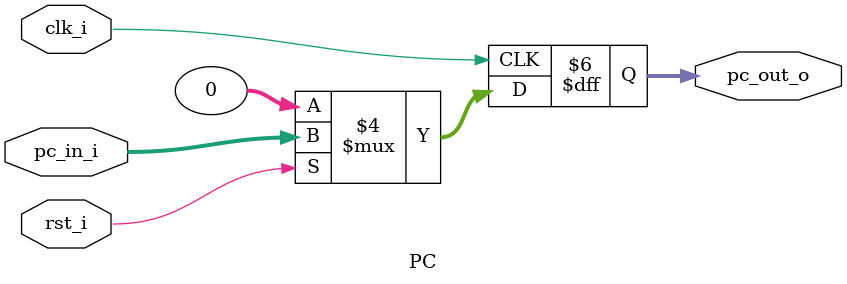
<source format=v>

module PC(
  clk_i,
	rst_i,
	pc_in_i,
	pc_out_o
	);

//I/O ports
input         clk_i;
input	        rst_i;
input  [32-1:0] pc_in_i;
output [32-1:0] pc_out_o;

//Internal Signals
reg    [32-1:0] pc_out_o;

//Parameter


//Main function
always @(posedge clk_i) begin
    if(~rst_i)
	    pc_out_o <= 0;
	else
	    pc_out_o <= pc_in_i;
end

endmodule






</source>
